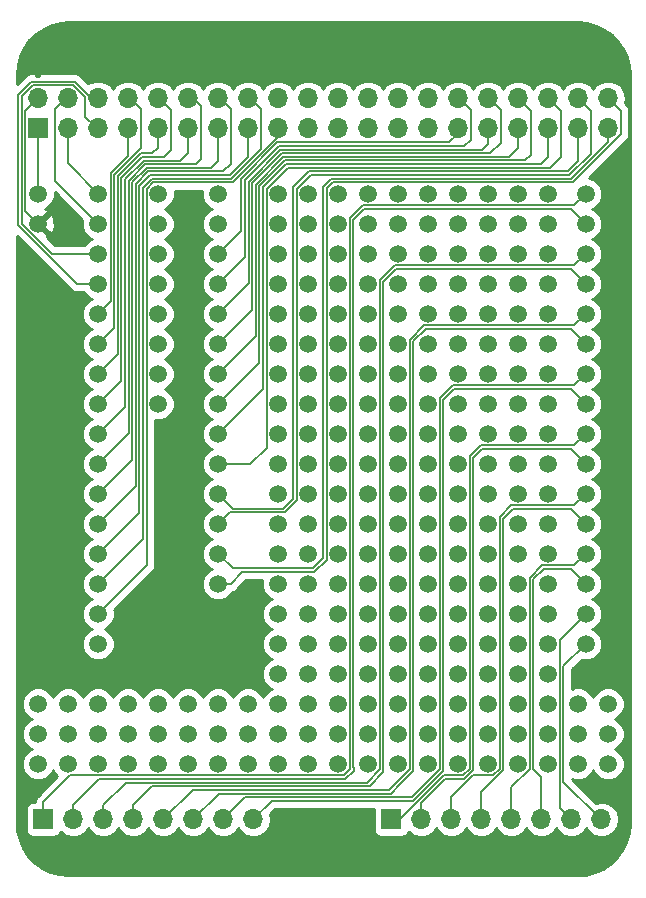
<source format=gbl>
%TF.GenerationSoftware,KiCad,Pcbnew,(5.0.0)*%
%TF.CreationDate,2018-10-23T17:17:03+02:00*%
%TF.ProjectId,S80 Breakout 2in,53383020427265616B6F75742032696E,1.0*%
%TF.SameCoordinates,Original*%
%TF.FileFunction,Copper,L2,Bot,Signal*%
%TF.FilePolarity,Positive*%
%FSLAX46Y46*%
G04 Gerber Fmt 4.6, Leading zero omitted, Abs format (unit mm)*
G04 Created by KiCad (PCBNEW (5.0.0)) date 10/23/18 17:17:03*
%MOMM*%
%LPD*%
G01*
G04 APERTURE LIST*
%ADD10O,1.700000X1.700000*%
%ADD11R,1.700000X1.700000*%
%ADD12C,1.500000*%
%ADD13C,0.685800*%
%ADD14C,0.152400*%
%ADD15C,0.254000*%
G04 APERTURE END LIST*
D10*
X100304600Y-59207400D03*
X100304600Y-61747400D03*
X97764600Y-59207400D03*
X97764600Y-61747400D03*
X95224600Y-59207400D03*
X95224600Y-61747400D03*
X92684600Y-59207400D03*
X92684600Y-61747400D03*
X90144600Y-59207400D03*
X90144600Y-61747400D03*
X87604600Y-59207400D03*
X87604600Y-61747400D03*
X85064600Y-59207400D03*
X85064600Y-61747400D03*
X82524600Y-59207400D03*
X82524600Y-61747400D03*
X79984600Y-59207400D03*
X79984600Y-61747400D03*
X77444600Y-59207400D03*
X77444600Y-61747400D03*
X74904600Y-59207400D03*
X74904600Y-61747400D03*
X72364600Y-59207400D03*
X72364600Y-61747400D03*
X69824600Y-59207400D03*
X69824600Y-61747400D03*
X67284600Y-59207400D03*
X67284600Y-61747400D03*
X64744600Y-59207400D03*
X64744600Y-61747400D03*
X62204600Y-59207400D03*
X62204600Y-61747400D03*
X59664600Y-59207400D03*
X59664600Y-61747400D03*
X57124600Y-59207400D03*
X57124600Y-61747400D03*
X54584600Y-59207400D03*
X54584600Y-61747400D03*
X52044600Y-59207400D03*
D11*
X52044600Y-61747400D03*
D12*
X95250000Y-107950000D03*
X95250000Y-95250000D03*
X95250000Y-80010000D03*
X95250000Y-67310000D03*
X95250000Y-90170000D03*
X95250000Y-92710000D03*
X95250000Y-69850000D03*
X95250000Y-97790000D03*
X95250000Y-74930000D03*
X95250000Y-102870000D03*
X95250000Y-82550000D03*
X95250000Y-85090000D03*
X95250000Y-100330000D03*
X95250000Y-72390000D03*
X95250000Y-105410000D03*
X95250000Y-87630000D03*
X95250000Y-77470000D03*
X92710000Y-67310000D03*
X100330000Y-115570000D03*
X100330000Y-113030000D03*
X100330000Y-110490000D03*
X92710000Y-107950000D03*
X92710000Y-105410000D03*
X92710000Y-102870000D03*
X92710000Y-100330000D03*
X92710000Y-97790000D03*
X92710000Y-95250000D03*
X92710000Y-92710000D03*
X92710000Y-90170000D03*
X92710000Y-87630000D03*
X92710000Y-85090000D03*
X92710000Y-82550000D03*
X92710000Y-80010000D03*
X92710000Y-77470000D03*
X92710000Y-74930000D03*
X92710000Y-72390000D03*
X92710000Y-69850000D03*
X57150000Y-110490000D03*
X54610000Y-113030000D03*
X54610000Y-115570000D03*
X52070000Y-110490000D03*
X57150000Y-115570000D03*
X57150000Y-113030000D03*
X54610000Y-110490000D03*
X52070000Y-115570000D03*
X52070000Y-113030000D03*
X67310000Y-115570000D03*
X67310000Y-113030000D03*
X67310000Y-110490000D03*
X74930000Y-110490000D03*
X64770000Y-115570000D03*
X64770000Y-113030000D03*
X64770000Y-110490000D03*
X62230000Y-115570000D03*
X62230000Y-113030000D03*
X62230000Y-110490000D03*
X77470000Y-115570000D03*
X77470000Y-113030000D03*
X77470000Y-110490000D03*
X74930000Y-115570000D03*
X74930000Y-113030000D03*
X72390000Y-115570000D03*
X72390000Y-113030000D03*
X72390000Y-110490000D03*
X69850000Y-115570000D03*
X69850000Y-113030000D03*
X69850000Y-110490000D03*
X59690000Y-115570000D03*
X59690000Y-113030000D03*
X59690000Y-110490000D03*
X97790000Y-115570000D03*
X97790000Y-113030000D03*
X97790000Y-110490000D03*
X90170000Y-107950000D03*
X90170000Y-105410000D03*
X90170000Y-102870000D03*
X90170000Y-100330000D03*
X90170000Y-97790000D03*
X90170000Y-95250000D03*
X90170000Y-92710000D03*
X90170000Y-90170000D03*
X90170000Y-87630000D03*
X90170000Y-85090000D03*
X90170000Y-82550000D03*
X90170000Y-80010000D03*
X90170000Y-77470000D03*
X90170000Y-74930000D03*
X90170000Y-72390000D03*
X90170000Y-69850000D03*
X95250000Y-115570000D03*
X95250000Y-113030000D03*
X95250000Y-110490000D03*
X87630000Y-107950000D03*
X87630000Y-105410000D03*
X87630000Y-102870000D03*
X87630000Y-100330000D03*
X87630000Y-97790000D03*
X87630000Y-95250000D03*
X87630000Y-92710000D03*
X87630000Y-90170000D03*
X87630000Y-87630000D03*
X87630000Y-85090000D03*
X87630000Y-82550000D03*
X87630000Y-80010000D03*
X87630000Y-77470000D03*
X87630000Y-74930000D03*
X87630000Y-72390000D03*
X87630000Y-69850000D03*
X92710000Y-115570000D03*
X92710000Y-113030000D03*
X92710000Y-110490000D03*
X85090000Y-107950000D03*
X85090000Y-105410000D03*
X85090000Y-102870000D03*
X85090000Y-100330000D03*
X85090000Y-97790000D03*
X85090000Y-95250000D03*
X85090000Y-92710000D03*
X85090000Y-90170000D03*
X85090000Y-87630000D03*
X85090000Y-85090000D03*
X85090000Y-82550000D03*
X85090000Y-80010000D03*
X85090000Y-77470000D03*
X85090000Y-74930000D03*
X85090000Y-72390000D03*
X85090000Y-69850000D03*
X90170000Y-115570000D03*
X90170000Y-113030000D03*
X90170000Y-110490000D03*
X82550000Y-107950000D03*
X82550000Y-105410000D03*
X82550000Y-102870000D03*
X82550000Y-100330000D03*
X82550000Y-97790000D03*
X82550000Y-95250000D03*
X82550000Y-92710000D03*
X82550000Y-90170000D03*
X82550000Y-87630000D03*
X82550000Y-85090000D03*
X82550000Y-82550000D03*
X82550000Y-80010000D03*
X82550000Y-77470000D03*
X82550000Y-74930000D03*
X82550000Y-72390000D03*
X82550000Y-69850000D03*
X87630000Y-115570000D03*
X87630000Y-113030000D03*
X87630000Y-110490000D03*
X80010000Y-107950000D03*
X80010000Y-105410000D03*
X80010000Y-102870000D03*
X80010000Y-100330000D03*
X80010000Y-97790000D03*
X80010000Y-95250000D03*
X80010000Y-92710000D03*
X80010000Y-90170000D03*
X80010000Y-87630000D03*
X80010000Y-85090000D03*
X80010000Y-82550000D03*
X80010000Y-80010000D03*
X80010000Y-77470000D03*
X80010000Y-74930000D03*
X80010000Y-72390000D03*
X80010000Y-69850000D03*
X85090000Y-115570000D03*
X85090000Y-113030000D03*
X85090000Y-110490000D03*
X77470000Y-107950000D03*
X77470000Y-105410000D03*
X77470000Y-102870000D03*
X77470000Y-100330000D03*
X77470000Y-97790000D03*
X77470000Y-95250000D03*
X77470000Y-92710000D03*
X77470000Y-90170000D03*
X77470000Y-87630000D03*
X77470000Y-85090000D03*
X77470000Y-82550000D03*
X77470000Y-80010000D03*
X77470000Y-77470000D03*
X77470000Y-74930000D03*
X77470000Y-72390000D03*
X77470000Y-69850000D03*
X82550000Y-115570000D03*
X82550000Y-113030000D03*
X82550000Y-110490000D03*
X74930000Y-107950000D03*
X74930000Y-105410000D03*
X74930000Y-102870000D03*
X74930000Y-100330000D03*
X74930000Y-97790000D03*
X74930000Y-95250000D03*
X74930000Y-92710000D03*
X74930000Y-90170000D03*
X74930000Y-87630000D03*
X74930000Y-85090000D03*
X74930000Y-82550000D03*
X74930000Y-80010000D03*
X74930000Y-77470000D03*
X74930000Y-74930000D03*
X74930000Y-72390000D03*
X74930000Y-69850000D03*
X80010000Y-115570000D03*
X80010000Y-113030000D03*
X80010000Y-110490000D03*
X72390000Y-107950000D03*
X72390000Y-105410000D03*
X72390000Y-102870000D03*
X72390000Y-100330000D03*
X72390000Y-97790000D03*
X72390000Y-95250000D03*
X72390000Y-92710000D03*
X72390000Y-90170000D03*
X72390000Y-87630000D03*
X72390000Y-85090000D03*
X72390000Y-82550000D03*
X72390000Y-80010000D03*
X72390000Y-77470000D03*
X72390000Y-74930000D03*
X72390000Y-72390000D03*
X72390000Y-69850000D03*
X90170000Y-67310000D03*
X87630000Y-67310000D03*
X85090000Y-67310000D03*
X82550000Y-67310000D03*
X80010000Y-67310000D03*
X77470000Y-67310000D03*
X74930000Y-67310000D03*
X57150000Y-67310000D03*
X57150000Y-69850000D03*
X57150000Y-72390000D03*
X57150000Y-74930000D03*
X57150000Y-77470000D03*
X57150000Y-80010000D03*
X57150000Y-82550000D03*
X57150000Y-85090000D03*
X57150000Y-87630000D03*
X57150000Y-90170000D03*
X57150000Y-92710000D03*
X57150000Y-95250000D03*
X57150000Y-97790000D03*
X57150000Y-100330000D03*
X57150000Y-102870000D03*
X57150000Y-105410000D03*
X62230000Y-67310000D03*
X62230000Y-69850000D03*
X62230000Y-72390000D03*
X62230000Y-74930000D03*
X62230000Y-77470000D03*
X62230000Y-80010000D03*
X62230000Y-82550000D03*
X62230000Y-85090000D03*
X67310000Y-67310000D03*
X67310000Y-69850000D03*
X67310000Y-72390000D03*
X67310000Y-74930000D03*
X67310000Y-77470000D03*
X67310000Y-80010000D03*
X67310000Y-82550000D03*
X67310000Y-85090000D03*
X67310000Y-87630000D03*
X67310000Y-90170000D03*
X67310000Y-92710000D03*
X67310000Y-95250000D03*
X67310000Y-97790000D03*
X67310000Y-100330000D03*
X52070000Y-67310000D03*
X52070000Y-69850000D03*
X98425000Y-67310000D03*
X98425000Y-69850000D03*
X98425000Y-72390000D03*
X98425000Y-74930000D03*
X98425000Y-77470000D03*
X98425000Y-80010000D03*
X98425000Y-82550000D03*
X98425000Y-85090000D03*
X98425000Y-87630000D03*
X98425000Y-90170000D03*
X98425000Y-92710000D03*
X98425000Y-95250000D03*
X98425000Y-97790000D03*
X98425000Y-100330000D03*
X98425000Y-102870000D03*
X98425000Y-105410000D03*
X72390000Y-67310000D03*
D10*
X70281800Y-120269000D03*
X67741800Y-120269000D03*
X65201800Y-120269000D03*
X62661800Y-120269000D03*
X60121800Y-120269000D03*
X57581800Y-120269000D03*
X55041800Y-120269000D03*
D11*
X52501800Y-120269000D03*
D10*
X99745800Y-120269000D03*
X97205800Y-120269000D03*
X94665800Y-120269000D03*
X92125800Y-120269000D03*
X89585800Y-120269000D03*
X87045800Y-120269000D03*
X84505800Y-120269000D03*
D11*
X81965800Y-120269000D03*
D13*
X52070000Y-57150000D03*
X52070000Y-73025000D03*
D14*
X50965999Y-68745999D02*
X51320001Y-69100001D01*
X50965999Y-60286001D02*
X50965999Y-68745999D01*
X51320001Y-69100001D02*
X52070000Y-69850000D01*
X52044600Y-59207400D02*
X50965999Y-60286001D01*
X52044600Y-67284600D02*
X52070000Y-67310000D01*
X52044600Y-61747400D02*
X52044600Y-67284600D01*
X54584600Y-61747400D02*
X54584600Y-64744600D01*
X54584600Y-64744600D02*
X57150000Y-67310000D01*
X54584600Y-59207400D02*
X54394100Y-59207400D01*
X53502560Y-66202560D02*
X57150000Y-69850000D01*
X53502560Y-60098940D02*
X53502560Y-66202560D01*
X54394100Y-59207400D02*
X53502560Y-60098940D01*
X57124600Y-61747400D02*
X57023000Y-61747400D01*
X53218080Y-72390000D02*
X57150000Y-72390000D01*
X50661197Y-69833117D02*
X53218080Y-72390000D01*
X50661197Y-59059183D02*
X50661197Y-69833117D01*
X51595020Y-58125360D02*
X50661197Y-59059183D01*
X55029100Y-58125360D02*
X51595020Y-58125360D01*
X56045100Y-59141360D02*
X55029100Y-58125360D01*
X56045100Y-60769500D02*
X56045100Y-59141360D01*
X57023000Y-61747400D02*
X56045100Y-60769500D01*
X57124600Y-59207400D02*
X56542196Y-59207400D01*
X55327024Y-74930000D02*
X57150000Y-74930000D01*
X50356395Y-69959371D02*
X55327024Y-74930000D01*
X50356395Y-58932929D02*
X50356395Y-69959371D01*
X51468766Y-57820558D02*
X50356395Y-58932929D01*
X55155354Y-57820558D02*
X51468766Y-57820558D01*
X56542196Y-59207400D02*
X55155354Y-57820558D01*
X59664600Y-61747400D02*
X59664600Y-64102108D01*
X58201540Y-76418460D02*
X57150000Y-77470000D01*
X58201540Y-65565168D02*
X58201540Y-76418460D01*
X59664600Y-64102108D02*
X58201540Y-65565168D01*
X59664600Y-59207400D02*
X59837320Y-59207400D01*
X58506342Y-78653658D02*
X57150000Y-80010000D01*
X58506342Y-65691422D02*
X58506342Y-78653658D01*
X60749180Y-63448584D02*
X58506342Y-65691422D01*
X60749180Y-60119260D02*
X60749180Y-63448584D01*
X59837320Y-59207400D02*
X60749180Y-60119260D01*
X62204600Y-61747400D02*
X62204600Y-63426324D01*
X58811144Y-80888856D02*
X57150000Y-82550000D01*
X58811144Y-65817676D02*
X58811144Y-80888856D01*
X60737676Y-63891144D02*
X58811144Y-65817676D01*
X61739780Y-63891144D02*
X60737676Y-63891144D01*
X62204600Y-63426324D02*
X61739780Y-63891144D01*
X62204600Y-59207400D02*
X62296040Y-59207400D01*
X59115946Y-83124054D02*
X57150000Y-85090000D01*
X59115946Y-65943930D02*
X59115946Y-83124054D01*
X60863930Y-64195946D02*
X59115946Y-65943930D01*
X62679580Y-64195946D02*
X60863930Y-64195946D01*
X63291720Y-63583806D02*
X62679580Y-64195946D01*
X63291720Y-60203080D02*
X63291720Y-63583806D01*
X62296040Y-59207400D02*
X63291720Y-60203080D01*
X64744600Y-61747400D02*
X64744600Y-63837808D01*
X59420748Y-85359252D02*
X57150000Y-87630000D01*
X59420748Y-66070184D02*
X59420748Y-85359252D01*
X60990184Y-64500748D02*
X59420748Y-66070184D01*
X64081660Y-64500748D02*
X60990184Y-64500748D01*
X64744600Y-63837808D02*
X64081660Y-64500748D01*
X64744600Y-59207400D02*
X65151000Y-59207400D01*
X59725550Y-87594450D02*
X57150000Y-90170000D01*
X59725550Y-66196438D02*
X59725550Y-87594450D01*
X61116438Y-64805550D02*
X59725550Y-66196438D01*
X65397390Y-64805550D02*
X61116438Y-64805550D01*
X65829180Y-64373760D02*
X65397390Y-64805550D01*
X65829180Y-59885580D02*
X65829180Y-64373760D01*
X65151000Y-59207400D02*
X65829180Y-59885580D01*
X67284600Y-61747400D02*
X67284600Y-64495672D01*
X60030352Y-89829648D02*
X57150000Y-92710000D01*
X60030352Y-66322692D02*
X60030352Y-89829648D01*
X61242692Y-65110352D02*
X60030352Y-66322692D01*
X66669920Y-65110352D02*
X61242692Y-65110352D01*
X67284600Y-64495672D02*
X66669920Y-65110352D01*
X67284600Y-59207400D02*
X67482720Y-59207400D01*
X60335154Y-92064846D02*
X57150000Y-95250000D01*
X60335154Y-66448946D02*
X60335154Y-92064846D01*
X61368946Y-65415154D02*
X60335154Y-66448946D01*
X67744340Y-65415154D02*
X61368946Y-65415154D01*
X68366640Y-64792854D02*
X67744340Y-65415154D01*
X68366640Y-60091320D02*
X68366640Y-64792854D01*
X67482720Y-59207400D02*
X68366640Y-60091320D01*
X69824600Y-61747400D02*
X69824600Y-64178000D01*
X60639956Y-94300044D02*
X57150000Y-97790000D01*
X60639956Y-66653632D02*
X60639956Y-94300044D01*
X61573632Y-65719956D02*
X60639956Y-66653632D01*
X68282644Y-65719956D02*
X61573632Y-65719956D01*
X69824600Y-64178000D02*
X68282644Y-65719956D01*
X69824600Y-59207400D02*
X69964300Y-59207400D01*
X60944758Y-96535242D02*
X57150000Y-100330000D01*
X60944758Y-66779886D02*
X60944758Y-96535242D01*
X61699886Y-66024758D02*
X60944758Y-66779886D01*
X68408898Y-66024758D02*
X61699886Y-66024758D01*
X70906640Y-63527016D02*
X68408898Y-66024758D01*
X70906640Y-60149740D02*
X70906640Y-63527016D01*
X69964300Y-59207400D02*
X70906640Y-60149740D01*
X72364600Y-61747400D02*
X72364600Y-62500112D01*
X61249560Y-98770440D02*
X57150000Y-102870000D01*
X61249560Y-66906140D02*
X61249560Y-98770440D01*
X61826140Y-66329560D02*
X61249560Y-66906140D01*
X68535152Y-66329560D02*
X61826140Y-66329560D01*
X72364600Y-62500112D02*
X68535152Y-66329560D01*
X87604600Y-61747400D02*
X87604600Y-62229986D01*
X87604600Y-62229986D02*
X86868000Y-62966586D01*
X86868000Y-62966586D02*
X72329182Y-62966586D01*
X72329182Y-62966586D02*
X69275946Y-66019822D01*
X69275946Y-66019822D02*
X69275946Y-70424054D01*
X69275946Y-70424054D02*
X67310000Y-72390000D01*
X87604600Y-59207400D02*
X87655400Y-59207400D01*
X69580748Y-72659252D02*
X67310000Y-74930000D01*
X69580748Y-66146076D02*
X69580748Y-72659252D01*
X72455436Y-63271388D02*
X69580748Y-66146076D01*
X88138000Y-63271388D02*
X72455436Y-63271388D01*
X88691720Y-62717668D02*
X88138000Y-63271388D01*
X88691720Y-60243720D02*
X88691720Y-62717668D01*
X87655400Y-59207400D02*
X88691720Y-60243720D01*
X90144600Y-61747400D02*
X90144600Y-63055490D01*
X69885550Y-74894450D02*
X67310000Y-77470000D01*
X69885550Y-66272330D02*
X69885550Y-74894450D01*
X72581690Y-63576190D02*
X69885550Y-66272330D01*
X89623900Y-63576190D02*
X72581690Y-63576190D01*
X90144600Y-63055490D02*
X89623900Y-63576190D01*
X90144600Y-59207400D02*
X90195400Y-59207400D01*
X70190352Y-77129648D02*
X67310000Y-80010000D01*
X70190352Y-66398584D02*
X70190352Y-77129648D01*
X72707944Y-63880992D02*
X70190352Y-66398584D01*
X90352880Y-63880992D02*
X72707944Y-63880992D01*
X91226640Y-63007232D02*
X90352880Y-63880992D01*
X91226640Y-60238640D02*
X91226640Y-63007232D01*
X90195400Y-59207400D02*
X91226640Y-60238640D01*
X92684600Y-61747400D02*
X92684600Y-63444114D01*
X70495154Y-79364846D02*
X67310000Y-82550000D01*
X70495154Y-66524838D02*
X70495154Y-79364846D01*
X72834198Y-64185794D02*
X70495154Y-66524838D01*
X91942920Y-64185794D02*
X72834198Y-64185794D01*
X92684600Y-63444114D02*
X91942920Y-64185794D01*
X92684600Y-59207400D02*
X92692220Y-59207400D01*
X70799956Y-81600044D02*
X67310000Y-85090000D01*
X70799956Y-66651092D02*
X70799956Y-81600044D01*
X72960452Y-64490596D02*
X70799956Y-66651092D01*
X93311980Y-64490596D02*
X72960452Y-64490596D01*
X93769180Y-64033396D02*
X93311980Y-64490596D01*
X93769180Y-60284360D02*
X93769180Y-64033396D01*
X92692220Y-59207400D02*
X93769180Y-60284360D01*
X95224600Y-61747400D02*
X95224600Y-64173098D01*
X95224600Y-64173098D02*
X94602300Y-64795398D01*
X94602300Y-64795398D02*
X73086706Y-64795398D01*
X73086706Y-64795398D02*
X71104758Y-66777346D01*
X71104758Y-66777346D02*
X71104758Y-83449160D01*
X71104758Y-83449160D02*
X71104758Y-83454240D01*
X71104758Y-83449160D02*
X71104758Y-83835242D01*
X71104758Y-83835242D02*
X67310000Y-87630000D01*
X95224600Y-59207400D02*
X95227140Y-59207400D01*
X70040500Y-90170000D02*
X67310000Y-90170000D01*
X71409560Y-88800940D02*
X70040500Y-90170000D01*
X71409560Y-66903600D02*
X71409560Y-88800940D01*
X73212960Y-65100200D02*
X71409560Y-66903600D01*
X95369374Y-65100200D02*
X73212960Y-65100200D01*
X96311720Y-64157854D02*
X95369374Y-65100200D01*
X96311720Y-60291980D02*
X96311720Y-64157854D01*
X95227140Y-59207400D02*
X96311720Y-60291980D01*
X97764600Y-61747400D02*
X97764600Y-64570828D01*
X68564758Y-93964758D02*
X67310000Y-92710000D01*
X72825086Y-93964758D02*
X68564758Y-93964758D01*
X73644758Y-93145086D02*
X72825086Y-93964758D01*
X73644758Y-66777346D02*
X73644758Y-93145086D01*
X75009488Y-65412616D02*
X73644758Y-66777346D01*
X96922812Y-65412616D02*
X75009488Y-65412616D01*
X97764600Y-64570828D02*
X96922812Y-65412616D01*
X97764600Y-59207400D02*
X98843201Y-60286001D01*
X68290440Y-94269560D02*
X67310000Y-95250000D01*
X72951340Y-94269560D02*
X68290440Y-94269560D01*
X73949560Y-93271340D02*
X72951340Y-94269560D01*
X73949560Y-66903600D02*
X73949560Y-93271340D01*
X75135742Y-65717418D02*
X73949560Y-66903600D01*
X97049066Y-65717418D02*
X75135742Y-65717418D01*
X98843201Y-63923283D02*
X97049066Y-65717418D01*
X98843201Y-62563639D02*
X98843201Y-63923283D01*
X98843201Y-60286001D02*
X98843201Y-62563639D01*
X97175320Y-66022220D02*
X100304600Y-62892940D01*
X76177140Y-68574920D02*
X76177140Y-66723464D01*
X100304600Y-62892940D02*
X100304600Y-61747400D01*
X76172060Y-68580000D02*
X76177140Y-68574920D01*
X67310000Y-97790000D02*
X68544440Y-99024440D01*
X76172060Y-98176080D02*
X76172060Y-68580000D01*
X76177140Y-66723464D02*
X76878384Y-66022220D01*
X68544440Y-99024440D02*
X75323700Y-99024440D01*
X76878384Y-66022220D02*
X97175320Y-66022220D01*
X75323700Y-99024440D02*
X76172060Y-98176080D01*
X68370660Y-100330000D02*
X67310000Y-100330000D01*
X76481940Y-98300540D02*
X75443080Y-99339400D01*
X77000271Y-66331399D02*
X76481940Y-66849730D01*
X76481940Y-66849730D02*
X76481940Y-98300540D01*
X100304600Y-59207400D02*
X101383201Y-60286001D01*
X101383201Y-60286001D02*
X101383201Y-62265129D01*
X101383201Y-62265129D02*
X97316931Y-66331399D01*
X69361260Y-99339400D02*
X68370660Y-100330000D01*
X75443080Y-99339400D02*
X69361260Y-99339400D01*
X97316931Y-66331399D02*
X77000271Y-66331399D01*
X97446399Y-68288601D02*
X98425000Y-67310000D01*
X79540271Y-68288601D02*
X97446399Y-68288601D01*
X78448601Y-116005571D02*
X78448601Y-69380271D01*
X78448601Y-69380271D02*
X79540271Y-68288601D01*
X78465680Y-116022650D02*
X78448601Y-116005571D01*
X52501800Y-120269000D02*
X52501800Y-118811040D01*
X52501800Y-118811040D02*
X54764239Y-116548601D01*
X54764239Y-116548601D02*
X77939729Y-116548601D01*
X77939729Y-116548601D02*
X78465680Y-116022650D01*
X97168411Y-68593411D02*
X98425000Y-69850000D01*
X78753411Y-69506527D02*
X79666527Y-68593411D01*
X78753411Y-115879315D02*
X78753411Y-69506527D01*
X78770489Y-115896393D02*
X78753411Y-115879315D01*
X78770489Y-116148907D02*
X78770489Y-115896393D01*
X55041800Y-119066919D02*
X57255308Y-116853411D01*
X55041800Y-120269000D02*
X55041800Y-119066919D01*
X57255308Y-116853411D02*
X78065986Y-116853410D01*
X79666527Y-68593411D02*
X97168411Y-68593411D01*
X78065986Y-116853410D02*
X78770489Y-116148907D01*
X59483599Y-117165120D02*
X78185342Y-117165120D01*
X57581800Y-119066919D02*
X59483599Y-117165120D01*
X57581800Y-120269000D02*
X57581800Y-119066919D01*
X97446399Y-73368601D02*
X98425000Y-72390000D01*
X82254659Y-73368601D02*
X97446399Y-73368601D01*
X78138020Y-117162580D02*
X79872840Y-117160040D01*
X80988601Y-116039729D02*
X80988601Y-74634659D01*
X79872840Y-117160040D02*
X80988601Y-116039729D01*
X80988601Y-74634659D02*
X82254659Y-73368601D01*
X61718789Y-117469930D02*
X78071980Y-117475000D01*
X60121800Y-119066919D02*
X61718789Y-117469930D01*
X60121800Y-120269000D02*
X60121800Y-119066919D01*
X97172780Y-73677780D02*
X98425000Y-74930000D01*
X81293411Y-74760915D02*
X82376546Y-73677780D01*
X81293411Y-116165985D02*
X81293411Y-116039729D01*
X81293411Y-116039729D02*
X81293411Y-74760915D01*
X78080498Y-117477540D02*
X79141320Y-117477540D01*
X79141320Y-117477540D02*
X79143850Y-117475010D01*
X79143850Y-117475010D02*
X79982060Y-117475009D01*
X81293411Y-116039729D02*
X81293403Y-116039729D01*
X79982060Y-117475009D02*
X79984387Y-117475009D01*
X82376546Y-73677780D02*
X97172780Y-73677780D01*
X81293403Y-116303357D02*
X81293403Y-116039729D01*
X80121751Y-117475009D02*
X79982060Y-117475009D01*
X80121751Y-117475009D02*
X81293403Y-116303357D01*
X62661800Y-120269000D02*
X65140835Y-117789963D01*
X80100497Y-117789963D02*
X80110644Y-117779818D01*
X65140835Y-117789963D02*
X80100497Y-117789963D01*
X84746399Y-78448601D02*
X97446399Y-78448601D01*
X80100497Y-117789963D02*
X81778367Y-117789963D01*
X97446399Y-78448601D02*
X98425000Y-77470000D01*
X81778367Y-117789963D02*
X83528601Y-116039729D01*
X83528601Y-79666399D02*
X84746399Y-78448601D01*
X83528601Y-116039729D02*
X83528601Y-79666399D01*
X84872655Y-78753411D02*
X97168411Y-78753411D01*
X83833411Y-79792655D02*
X84872655Y-78753411D01*
X83833411Y-116165985D02*
X83833411Y-79792655D01*
X82684620Y-117314776D02*
X83833411Y-116165985D01*
X67376027Y-118094773D02*
X81907367Y-118094773D01*
X65201800Y-120269000D02*
X67376027Y-118094773D01*
X81907367Y-118094773D02*
X82684620Y-117317520D01*
X97168411Y-78753411D02*
X98425000Y-80010000D01*
X82684620Y-117317520D02*
X82684620Y-117314776D01*
X97446399Y-83528601D02*
X98425000Y-82550000D01*
X86068601Y-84620271D02*
X87160271Y-83528601D01*
X87160271Y-83528601D02*
X97446399Y-83528601D01*
X67741800Y-120269000D02*
X69611217Y-118399583D01*
X69611217Y-118399583D02*
X83708747Y-118399583D01*
X83708747Y-118399583D02*
X86068601Y-116039729D01*
X86068601Y-116039729D02*
X86068601Y-84620271D01*
X97168411Y-83833411D02*
X98425000Y-85090000D01*
X87286527Y-83833411D02*
X97168411Y-83833411D01*
X86373411Y-84746527D02*
X87286527Y-83833411D01*
X70281800Y-120269000D02*
X71846407Y-118704393D01*
X71846407Y-118704393D02*
X83835004Y-118704392D01*
X83835004Y-118704392D02*
X86373411Y-116165985D01*
X86373411Y-116165985D02*
X86373411Y-84746527D01*
X81965800Y-120269000D02*
X82701452Y-120269000D01*
X88612980Y-115978940D02*
X88612980Y-91536520D01*
X88612980Y-91536520D02*
X88612980Y-91531440D01*
X88031320Y-116560600D02*
X88612980Y-115978940D01*
X86409852Y-116560600D02*
X88031320Y-116560600D01*
X82701452Y-120269000D02*
X86409852Y-116560600D01*
X88612980Y-91536520D02*
X88612980Y-89542620D01*
X97444560Y-88610440D02*
X98425000Y-87630000D01*
X89545160Y-88610440D02*
X97444560Y-88610440D01*
X88612980Y-89542620D02*
X89545160Y-88610440D01*
X84505800Y-120269000D02*
X84505800Y-118895708D01*
X88917782Y-116105194D02*
X88917782Y-90218260D01*
X88917782Y-90218260D02*
X88917782Y-90210640D01*
X88157574Y-116865402D02*
X88917782Y-116105194D01*
X86536106Y-116865402D02*
X88157574Y-116865402D01*
X84505800Y-118895708D02*
X86536106Y-116865402D01*
X88917782Y-90218260D02*
X88917782Y-89668874D01*
X97170242Y-88915242D02*
X98425000Y-90170000D01*
X89671414Y-88915242D02*
X97170242Y-88915242D01*
X88917782Y-89668874D02*
X89671414Y-88915242D01*
X87045800Y-120269000D02*
X87045800Y-118408232D01*
X97442020Y-93692980D02*
X98425000Y-92710000D01*
X92135960Y-93692980D02*
X97442020Y-93692980D01*
X91150440Y-94678500D02*
X92135960Y-93692980D01*
X91150440Y-115976400D02*
X91150440Y-94678500D01*
X90568780Y-116558060D02*
X91150440Y-115976400D01*
X88895972Y-116558060D02*
X90568780Y-116558060D01*
X87045800Y-118408232D02*
X88895972Y-116558060D01*
X89585800Y-120269000D02*
X89585800Y-117972096D01*
X97172782Y-93997782D02*
X98425000Y-95250000D01*
X92262214Y-93997782D02*
X97172782Y-93997782D01*
X91455242Y-94804754D02*
X92262214Y-93997782D01*
X91455242Y-116102654D02*
X91455242Y-94804754D01*
X89585800Y-117972096D02*
X91455242Y-116102654D01*
X92125800Y-120269000D02*
X92125800Y-117548660D01*
X97436940Y-98778060D02*
X98425000Y-97790000D01*
X94742000Y-98778060D02*
X97436940Y-98778060D01*
X93692980Y-99827080D02*
X94742000Y-98778060D01*
X93692980Y-115981480D02*
X93692980Y-99827080D01*
X92125800Y-117548660D02*
X93692980Y-115981480D01*
X94665800Y-120269000D02*
X94665800Y-116646958D01*
X97177862Y-99082862D02*
X98425000Y-100330000D01*
X94868254Y-99082862D02*
X97177862Y-99082862D01*
X93997782Y-99953334D02*
X94868254Y-99082862D01*
X93997782Y-115978940D02*
X93997782Y-99953334D01*
X94665800Y-116646958D02*
X93997782Y-115978940D01*
X97205800Y-120269000D02*
X97180400Y-120269000D01*
X96238060Y-105056940D02*
X98425000Y-102870000D01*
X96238060Y-119326660D02*
X96238060Y-105056940D01*
X97180400Y-120269000D02*
X96238060Y-119326660D01*
X99745800Y-120269000D02*
X99692462Y-120269000D01*
X96542862Y-107292138D02*
X98425000Y-105410000D01*
X96542862Y-117119400D02*
X96542862Y-107292138D01*
X99692462Y-120269000D02*
X96542862Y-117119400D01*
D15*
G36*
X98558914Y-52876545D02*
X99303529Y-53080248D01*
X100000299Y-53412592D01*
X100627204Y-53863068D01*
X101164426Y-54417438D01*
X101594993Y-55058188D01*
X101905285Y-55765054D01*
X102086855Y-56521349D01*
X102135000Y-57176950D01*
X102135001Y-120617257D01*
X102063455Y-121418914D01*
X101859752Y-122163528D01*
X101527409Y-122860297D01*
X101076932Y-123487203D01*
X100522559Y-124024428D01*
X99881812Y-124454993D01*
X99174946Y-124765285D01*
X98418650Y-124946855D01*
X97763050Y-124995000D01*
X54642732Y-124995000D01*
X53841086Y-124923455D01*
X53096472Y-124719752D01*
X52399703Y-124387409D01*
X51772797Y-123936932D01*
X51235572Y-123382559D01*
X50805007Y-122741812D01*
X50494715Y-122034946D01*
X50313145Y-121278650D01*
X50265000Y-120623050D01*
X50265000Y-70873764D01*
X54774602Y-75383367D01*
X54814278Y-75442746D01*
X54873657Y-75482422D01*
X54873659Y-75482424D01*
X54989360Y-75559733D01*
X55049528Y-75599936D01*
X55256978Y-75641200D01*
X55256982Y-75641200D01*
X55327024Y-75655132D01*
X55397066Y-75641200D01*
X55945475Y-75641200D01*
X55975853Y-75714540D01*
X56365460Y-76104147D01*
X56596870Y-76200000D01*
X56365460Y-76295853D01*
X55975853Y-76685460D01*
X55765000Y-77194506D01*
X55765000Y-77745494D01*
X55975853Y-78254540D01*
X56365460Y-78644147D01*
X56596870Y-78740000D01*
X56365460Y-78835853D01*
X55975853Y-79225460D01*
X55765000Y-79734506D01*
X55765000Y-80285494D01*
X55975853Y-80794540D01*
X56365460Y-81184147D01*
X56596870Y-81280000D01*
X56365460Y-81375853D01*
X55975853Y-81765460D01*
X55765000Y-82274506D01*
X55765000Y-82825494D01*
X55975853Y-83334540D01*
X56365460Y-83724147D01*
X56596870Y-83820000D01*
X56365460Y-83915853D01*
X55975853Y-84305460D01*
X55765000Y-84814506D01*
X55765000Y-85365494D01*
X55975853Y-85874540D01*
X56365460Y-86264147D01*
X56596870Y-86360000D01*
X56365460Y-86455853D01*
X55975853Y-86845460D01*
X55765000Y-87354506D01*
X55765000Y-87905494D01*
X55975853Y-88414540D01*
X56365460Y-88804147D01*
X56596870Y-88900000D01*
X56365460Y-88995853D01*
X55975853Y-89385460D01*
X55765000Y-89894506D01*
X55765000Y-90445494D01*
X55975853Y-90954540D01*
X56365460Y-91344147D01*
X56596870Y-91440000D01*
X56365460Y-91535853D01*
X55975853Y-91925460D01*
X55765000Y-92434506D01*
X55765000Y-92985494D01*
X55975853Y-93494540D01*
X56365460Y-93884147D01*
X56596870Y-93980000D01*
X56365460Y-94075853D01*
X55975853Y-94465460D01*
X55765000Y-94974506D01*
X55765000Y-95525494D01*
X55975853Y-96034540D01*
X56365460Y-96424147D01*
X56596870Y-96520000D01*
X56365460Y-96615853D01*
X55975853Y-97005460D01*
X55765000Y-97514506D01*
X55765000Y-98065494D01*
X55975853Y-98574540D01*
X56365460Y-98964147D01*
X56596870Y-99060000D01*
X56365460Y-99155853D01*
X55975853Y-99545460D01*
X55765000Y-100054506D01*
X55765000Y-100605494D01*
X55975853Y-101114540D01*
X56365460Y-101504147D01*
X56596870Y-101600000D01*
X56365460Y-101695853D01*
X55975853Y-102085460D01*
X55765000Y-102594506D01*
X55765000Y-103145494D01*
X55975853Y-103654540D01*
X56365460Y-104044147D01*
X56596870Y-104140000D01*
X56365460Y-104235853D01*
X55975853Y-104625460D01*
X55765000Y-105134506D01*
X55765000Y-105685494D01*
X55975853Y-106194540D01*
X56365460Y-106584147D01*
X56874506Y-106795000D01*
X57425494Y-106795000D01*
X57934540Y-106584147D01*
X58324147Y-106194540D01*
X58535000Y-105685494D01*
X58535000Y-105134506D01*
X58324147Y-104625460D01*
X57934540Y-104235853D01*
X57703130Y-104140000D01*
X57934540Y-104044147D01*
X58324147Y-103654540D01*
X58535000Y-103145494D01*
X58535000Y-102594506D01*
X58504622Y-102521166D01*
X61702927Y-99322862D01*
X61762306Y-99283186D01*
X61801982Y-99223807D01*
X61801984Y-99223805D01*
X61919495Y-99047938D01*
X61919495Y-99047937D01*
X61919496Y-99047936D01*
X61960760Y-98840486D01*
X61960760Y-98840483D01*
X61974692Y-98770441D01*
X61960760Y-98700399D01*
X61960760Y-86475000D01*
X62505494Y-86475000D01*
X63014540Y-86264147D01*
X63404147Y-85874540D01*
X63615000Y-85365494D01*
X63615000Y-84814506D01*
X63404147Y-84305460D01*
X63014540Y-83915853D01*
X62783130Y-83820000D01*
X63014540Y-83724147D01*
X63404147Y-83334540D01*
X63615000Y-82825494D01*
X63615000Y-82274506D01*
X63404147Y-81765460D01*
X63014540Y-81375853D01*
X62783130Y-81280000D01*
X63014540Y-81184147D01*
X63404147Y-80794540D01*
X63615000Y-80285494D01*
X63615000Y-79734506D01*
X63404147Y-79225460D01*
X63014540Y-78835853D01*
X62783130Y-78740000D01*
X63014540Y-78644147D01*
X63404147Y-78254540D01*
X63615000Y-77745494D01*
X63615000Y-77194506D01*
X63404147Y-76685460D01*
X63014540Y-76295853D01*
X62783130Y-76200000D01*
X63014540Y-76104147D01*
X63404147Y-75714540D01*
X63615000Y-75205494D01*
X63615000Y-74654506D01*
X63404147Y-74145460D01*
X63014540Y-73755853D01*
X62783130Y-73660000D01*
X63014540Y-73564147D01*
X63404147Y-73174540D01*
X63615000Y-72665494D01*
X63615000Y-72114506D01*
X63404147Y-71605460D01*
X63014540Y-71215853D01*
X62783130Y-71120000D01*
X63014540Y-71024147D01*
X63404147Y-70634540D01*
X63615000Y-70125494D01*
X63615000Y-69574506D01*
X63404147Y-69065460D01*
X63014540Y-68675853D01*
X62783130Y-68580000D01*
X63014540Y-68484147D01*
X63404147Y-68094540D01*
X63615000Y-67585494D01*
X63615000Y-67040760D01*
X65925000Y-67040760D01*
X65925000Y-67585494D01*
X66135853Y-68094540D01*
X66525460Y-68484147D01*
X66756870Y-68580000D01*
X66525460Y-68675853D01*
X66135853Y-69065460D01*
X65925000Y-69574506D01*
X65925000Y-70125494D01*
X66135853Y-70634540D01*
X66525460Y-71024147D01*
X66756870Y-71120000D01*
X66525460Y-71215853D01*
X66135853Y-71605460D01*
X65925000Y-72114506D01*
X65925000Y-72665494D01*
X66135853Y-73174540D01*
X66525460Y-73564147D01*
X66756870Y-73660000D01*
X66525460Y-73755853D01*
X66135853Y-74145460D01*
X65925000Y-74654506D01*
X65925000Y-75205494D01*
X66135853Y-75714540D01*
X66525460Y-76104147D01*
X66756870Y-76200000D01*
X66525460Y-76295853D01*
X66135853Y-76685460D01*
X65925000Y-77194506D01*
X65925000Y-77745494D01*
X66135853Y-78254540D01*
X66525460Y-78644147D01*
X66756870Y-78740000D01*
X66525460Y-78835853D01*
X66135853Y-79225460D01*
X65925000Y-79734506D01*
X65925000Y-80285494D01*
X66135853Y-80794540D01*
X66525460Y-81184147D01*
X66756870Y-81280000D01*
X66525460Y-81375853D01*
X66135853Y-81765460D01*
X65925000Y-82274506D01*
X65925000Y-82825494D01*
X66135853Y-83334540D01*
X66525460Y-83724147D01*
X66756870Y-83820000D01*
X66525460Y-83915853D01*
X66135853Y-84305460D01*
X65925000Y-84814506D01*
X65925000Y-85365494D01*
X66135853Y-85874540D01*
X66525460Y-86264147D01*
X66756870Y-86360000D01*
X66525460Y-86455853D01*
X66135853Y-86845460D01*
X65925000Y-87354506D01*
X65925000Y-87905494D01*
X66135853Y-88414540D01*
X66525460Y-88804147D01*
X66756870Y-88900000D01*
X66525460Y-88995853D01*
X66135853Y-89385460D01*
X65925000Y-89894506D01*
X65925000Y-90445494D01*
X66135853Y-90954540D01*
X66525460Y-91344147D01*
X66756870Y-91440000D01*
X66525460Y-91535853D01*
X66135853Y-91925460D01*
X65925000Y-92434506D01*
X65925000Y-92985494D01*
X66135853Y-93494540D01*
X66525460Y-93884147D01*
X66756870Y-93980000D01*
X66525460Y-94075853D01*
X66135853Y-94465460D01*
X65925000Y-94974506D01*
X65925000Y-95525494D01*
X66135853Y-96034540D01*
X66525460Y-96424147D01*
X66756870Y-96520000D01*
X66525460Y-96615853D01*
X66135853Y-97005460D01*
X65925000Y-97514506D01*
X65925000Y-98065494D01*
X66135853Y-98574540D01*
X66525460Y-98964147D01*
X66756870Y-99060000D01*
X66525460Y-99155853D01*
X66135853Y-99545460D01*
X65925000Y-100054506D01*
X65925000Y-100605494D01*
X66135853Y-101114540D01*
X66525460Y-101504147D01*
X67034506Y-101715000D01*
X67585494Y-101715000D01*
X68094540Y-101504147D01*
X68484147Y-101114540D01*
X68521153Y-101025198D01*
X68648156Y-100999936D01*
X68883406Y-100842746D01*
X68923084Y-100783364D01*
X69655849Y-100050600D01*
X71006618Y-100050600D01*
X71005000Y-100054506D01*
X71005000Y-100605494D01*
X71215853Y-101114540D01*
X71605460Y-101504147D01*
X71836870Y-101600000D01*
X71605460Y-101695853D01*
X71215853Y-102085460D01*
X71005000Y-102594506D01*
X71005000Y-103145494D01*
X71215853Y-103654540D01*
X71605460Y-104044147D01*
X71836870Y-104140000D01*
X71605460Y-104235853D01*
X71215853Y-104625460D01*
X71005000Y-105134506D01*
X71005000Y-105685494D01*
X71215853Y-106194540D01*
X71605460Y-106584147D01*
X71836870Y-106680000D01*
X71605460Y-106775853D01*
X71215853Y-107165460D01*
X71005000Y-107674506D01*
X71005000Y-108225494D01*
X71215853Y-108734540D01*
X71605460Y-109124147D01*
X71836870Y-109220000D01*
X71605460Y-109315853D01*
X71215853Y-109705460D01*
X71120000Y-109936870D01*
X71024147Y-109705460D01*
X70634540Y-109315853D01*
X70125494Y-109105000D01*
X69574506Y-109105000D01*
X69065460Y-109315853D01*
X68675853Y-109705460D01*
X68580000Y-109936870D01*
X68484147Y-109705460D01*
X68094540Y-109315853D01*
X67585494Y-109105000D01*
X67034506Y-109105000D01*
X66525460Y-109315853D01*
X66135853Y-109705460D01*
X66040000Y-109936870D01*
X65944147Y-109705460D01*
X65554540Y-109315853D01*
X65045494Y-109105000D01*
X64494506Y-109105000D01*
X63985460Y-109315853D01*
X63595853Y-109705460D01*
X63500000Y-109936870D01*
X63404147Y-109705460D01*
X63014540Y-109315853D01*
X62505494Y-109105000D01*
X61954506Y-109105000D01*
X61445460Y-109315853D01*
X61055853Y-109705460D01*
X60960000Y-109936870D01*
X60864147Y-109705460D01*
X60474540Y-109315853D01*
X59965494Y-109105000D01*
X59414506Y-109105000D01*
X58905460Y-109315853D01*
X58515853Y-109705460D01*
X58420000Y-109936870D01*
X58324147Y-109705460D01*
X57934540Y-109315853D01*
X57425494Y-109105000D01*
X56874506Y-109105000D01*
X56365460Y-109315853D01*
X55975853Y-109705460D01*
X55880000Y-109936870D01*
X55784147Y-109705460D01*
X55394540Y-109315853D01*
X54885494Y-109105000D01*
X54334506Y-109105000D01*
X53825460Y-109315853D01*
X53435853Y-109705460D01*
X53340000Y-109936870D01*
X53244147Y-109705460D01*
X52854540Y-109315853D01*
X52345494Y-109105000D01*
X51794506Y-109105000D01*
X51285460Y-109315853D01*
X50895853Y-109705460D01*
X50685000Y-110214506D01*
X50685000Y-110765494D01*
X50895853Y-111274540D01*
X51285460Y-111664147D01*
X51516870Y-111760000D01*
X51285460Y-111855853D01*
X50895853Y-112245460D01*
X50685000Y-112754506D01*
X50685000Y-113305494D01*
X50895853Y-113814540D01*
X51285460Y-114204147D01*
X51516870Y-114300000D01*
X51285460Y-114395853D01*
X50895853Y-114785460D01*
X50685000Y-115294506D01*
X50685000Y-115845494D01*
X50895853Y-116354540D01*
X51285460Y-116744147D01*
X51794506Y-116955000D01*
X52345494Y-116955000D01*
X52854540Y-116744147D01*
X53244147Y-116354540D01*
X53340000Y-116123130D01*
X53435853Y-116354540D01*
X53694182Y-116612869D01*
X52048434Y-118258618D01*
X51989055Y-118298294D01*
X51949379Y-118357673D01*
X51949376Y-118357676D01*
X51831865Y-118533544D01*
X51784521Y-118771560D01*
X51651800Y-118771560D01*
X51404035Y-118820843D01*
X51193991Y-118961191D01*
X51053643Y-119171235D01*
X51004360Y-119419000D01*
X51004360Y-121119000D01*
X51053643Y-121366765D01*
X51193991Y-121576809D01*
X51404035Y-121717157D01*
X51651800Y-121766440D01*
X53351800Y-121766440D01*
X53599565Y-121717157D01*
X53809609Y-121576809D01*
X53949957Y-121366765D01*
X53958984Y-121321381D01*
X53971175Y-121339625D01*
X54462382Y-121667839D01*
X54895544Y-121754000D01*
X55188056Y-121754000D01*
X55621218Y-121667839D01*
X56112425Y-121339625D01*
X56311800Y-121041239D01*
X56511175Y-121339625D01*
X57002382Y-121667839D01*
X57435544Y-121754000D01*
X57728056Y-121754000D01*
X58161218Y-121667839D01*
X58652425Y-121339625D01*
X58851800Y-121041239D01*
X59051175Y-121339625D01*
X59542382Y-121667839D01*
X59975544Y-121754000D01*
X60268056Y-121754000D01*
X60701218Y-121667839D01*
X61192425Y-121339625D01*
X61391800Y-121041239D01*
X61591175Y-121339625D01*
X62082382Y-121667839D01*
X62515544Y-121754000D01*
X62808056Y-121754000D01*
X63241218Y-121667839D01*
X63732425Y-121339625D01*
X63931800Y-121041239D01*
X64131175Y-121339625D01*
X64622382Y-121667839D01*
X65055544Y-121754000D01*
X65348056Y-121754000D01*
X65781218Y-121667839D01*
X66272425Y-121339625D01*
X66471800Y-121041239D01*
X66671175Y-121339625D01*
X67162382Y-121667839D01*
X67595544Y-121754000D01*
X67888056Y-121754000D01*
X68321218Y-121667839D01*
X68812425Y-121339625D01*
X69011800Y-121041239D01*
X69211175Y-121339625D01*
X69702382Y-121667839D01*
X70135544Y-121754000D01*
X70428056Y-121754000D01*
X70861218Y-121667839D01*
X71352425Y-121339625D01*
X71680639Y-120848418D01*
X71795892Y-120269000D01*
X71711559Y-119845029D01*
X72140996Y-119415593D01*
X80469038Y-119415592D01*
X80468360Y-119419000D01*
X80468360Y-121119000D01*
X80517643Y-121366765D01*
X80657991Y-121576809D01*
X80868035Y-121717157D01*
X81115800Y-121766440D01*
X82815800Y-121766440D01*
X83063565Y-121717157D01*
X83273609Y-121576809D01*
X83413957Y-121366765D01*
X83422984Y-121321381D01*
X83435175Y-121339625D01*
X83926382Y-121667839D01*
X84359544Y-121754000D01*
X84652056Y-121754000D01*
X85085218Y-121667839D01*
X85576425Y-121339625D01*
X85775800Y-121041239D01*
X85975175Y-121339625D01*
X86466382Y-121667839D01*
X86899544Y-121754000D01*
X87192056Y-121754000D01*
X87625218Y-121667839D01*
X88116425Y-121339625D01*
X88315800Y-121041239D01*
X88515175Y-121339625D01*
X89006382Y-121667839D01*
X89439544Y-121754000D01*
X89732056Y-121754000D01*
X90165218Y-121667839D01*
X90656425Y-121339625D01*
X90855800Y-121041239D01*
X91055175Y-121339625D01*
X91546382Y-121667839D01*
X91979544Y-121754000D01*
X92272056Y-121754000D01*
X92705218Y-121667839D01*
X93196425Y-121339625D01*
X93395800Y-121041239D01*
X93595175Y-121339625D01*
X94086382Y-121667839D01*
X94519544Y-121754000D01*
X94812056Y-121754000D01*
X95245218Y-121667839D01*
X95736425Y-121339625D01*
X95935800Y-121041239D01*
X96135175Y-121339625D01*
X96626382Y-121667839D01*
X97059544Y-121754000D01*
X97352056Y-121754000D01*
X97785218Y-121667839D01*
X98276425Y-121339625D01*
X98475800Y-121041239D01*
X98675175Y-121339625D01*
X99166382Y-121667839D01*
X99599544Y-121754000D01*
X99892056Y-121754000D01*
X100325218Y-121667839D01*
X100816425Y-121339625D01*
X101144639Y-120848418D01*
X101259892Y-120269000D01*
X101144639Y-119689582D01*
X100816425Y-119198375D01*
X100325218Y-118870161D01*
X99892056Y-118784000D01*
X99599544Y-118784000D01*
X99277341Y-118848090D01*
X97292146Y-116862896D01*
X97514506Y-116955000D01*
X98065494Y-116955000D01*
X98574540Y-116744147D01*
X98964147Y-116354540D01*
X99060000Y-116123130D01*
X99155853Y-116354540D01*
X99545460Y-116744147D01*
X100054506Y-116955000D01*
X100605494Y-116955000D01*
X101114540Y-116744147D01*
X101504147Y-116354540D01*
X101715000Y-115845494D01*
X101715000Y-115294506D01*
X101504147Y-114785460D01*
X101114540Y-114395853D01*
X100883130Y-114300000D01*
X101114540Y-114204147D01*
X101504147Y-113814540D01*
X101715000Y-113305494D01*
X101715000Y-112754506D01*
X101504147Y-112245460D01*
X101114540Y-111855853D01*
X100883130Y-111760000D01*
X101114540Y-111664147D01*
X101504147Y-111274540D01*
X101715000Y-110765494D01*
X101715000Y-110214506D01*
X101504147Y-109705460D01*
X101114540Y-109315853D01*
X100605494Y-109105000D01*
X100054506Y-109105000D01*
X99545460Y-109315853D01*
X99155853Y-109705460D01*
X99060000Y-109936870D01*
X98964147Y-109705460D01*
X98574540Y-109315853D01*
X98065494Y-109105000D01*
X97514506Y-109105000D01*
X97254062Y-109212879D01*
X97254062Y-107586726D01*
X98076167Y-106764622D01*
X98149506Y-106795000D01*
X98700494Y-106795000D01*
X99209540Y-106584147D01*
X99599147Y-106194540D01*
X99810000Y-105685494D01*
X99810000Y-105134506D01*
X99599147Y-104625460D01*
X99209540Y-104235853D01*
X98978130Y-104140000D01*
X99209540Y-104044147D01*
X99599147Y-103654540D01*
X99810000Y-103145494D01*
X99810000Y-102594506D01*
X99599147Y-102085460D01*
X99209540Y-101695853D01*
X98978130Y-101600000D01*
X99209540Y-101504147D01*
X99599147Y-101114540D01*
X99810000Y-100605494D01*
X99810000Y-100054506D01*
X99599147Y-99545460D01*
X99209540Y-99155853D01*
X98978130Y-99060000D01*
X99209540Y-98964147D01*
X99599147Y-98574540D01*
X99810000Y-98065494D01*
X99810000Y-97514506D01*
X99599147Y-97005460D01*
X99209540Y-96615853D01*
X98978130Y-96520000D01*
X99209540Y-96424147D01*
X99599147Y-96034540D01*
X99810000Y-95525494D01*
X99810000Y-94974506D01*
X99599147Y-94465460D01*
X99209540Y-94075853D01*
X98978130Y-93980000D01*
X99209540Y-93884147D01*
X99599147Y-93494540D01*
X99810000Y-92985494D01*
X99810000Y-92434506D01*
X99599147Y-91925460D01*
X99209540Y-91535853D01*
X98978130Y-91440000D01*
X99209540Y-91344147D01*
X99599147Y-90954540D01*
X99810000Y-90445494D01*
X99810000Y-89894506D01*
X99599147Y-89385460D01*
X99209540Y-88995853D01*
X98978130Y-88900000D01*
X99209540Y-88804147D01*
X99599147Y-88414540D01*
X99810000Y-87905494D01*
X99810000Y-87354506D01*
X99599147Y-86845460D01*
X99209540Y-86455853D01*
X98978130Y-86360000D01*
X99209540Y-86264147D01*
X99599147Y-85874540D01*
X99810000Y-85365494D01*
X99810000Y-84814506D01*
X99599147Y-84305460D01*
X99209540Y-83915853D01*
X98978130Y-83820000D01*
X99209540Y-83724147D01*
X99599147Y-83334540D01*
X99810000Y-82825494D01*
X99810000Y-82274506D01*
X99599147Y-81765460D01*
X99209540Y-81375853D01*
X98978130Y-81280000D01*
X99209540Y-81184147D01*
X99599147Y-80794540D01*
X99810000Y-80285494D01*
X99810000Y-79734506D01*
X99599147Y-79225460D01*
X99209540Y-78835853D01*
X98978130Y-78740000D01*
X99209540Y-78644147D01*
X99599147Y-78254540D01*
X99810000Y-77745494D01*
X99810000Y-77194506D01*
X99599147Y-76685460D01*
X99209540Y-76295853D01*
X98978130Y-76200000D01*
X99209540Y-76104147D01*
X99599147Y-75714540D01*
X99810000Y-75205494D01*
X99810000Y-74654506D01*
X99599147Y-74145460D01*
X99209540Y-73755853D01*
X98978130Y-73660000D01*
X99209540Y-73564147D01*
X99599147Y-73174540D01*
X99810000Y-72665494D01*
X99810000Y-72114506D01*
X99599147Y-71605460D01*
X99209540Y-71215853D01*
X98978130Y-71120000D01*
X99209540Y-71024147D01*
X99599147Y-70634540D01*
X99810000Y-70125494D01*
X99810000Y-69574506D01*
X99599147Y-69065460D01*
X99209540Y-68675853D01*
X98978130Y-68580000D01*
X99209540Y-68484147D01*
X99599147Y-68094540D01*
X99810000Y-67585494D01*
X99810000Y-67034506D01*
X99599147Y-66525460D01*
X99209540Y-66135853D01*
X98720734Y-65933384D01*
X101836568Y-62817551D01*
X101895947Y-62777875D01*
X101935623Y-62718496D01*
X101935625Y-62718494D01*
X102053136Y-62542627D01*
X102053136Y-62542626D01*
X102053137Y-62542625D01*
X102094401Y-62335175D01*
X102094401Y-62335172D01*
X102108333Y-62265130D01*
X102094401Y-62195088D01*
X102094401Y-60356042D01*
X102108333Y-60286000D01*
X102094401Y-60215956D01*
X102094401Y-60215955D01*
X102053137Y-60008505D01*
X102053136Y-60008503D01*
X101935625Y-59832636D01*
X101935621Y-59832632D01*
X101895946Y-59773255D01*
X101836570Y-59733581D01*
X101734359Y-59631370D01*
X101818692Y-59207400D01*
X101703439Y-58627982D01*
X101375225Y-58136775D01*
X100884018Y-57808561D01*
X100450856Y-57722400D01*
X100158344Y-57722400D01*
X99725182Y-57808561D01*
X99233975Y-58136775D01*
X99034600Y-58435161D01*
X98835225Y-58136775D01*
X98344018Y-57808561D01*
X97910856Y-57722400D01*
X97618344Y-57722400D01*
X97185182Y-57808561D01*
X96693975Y-58136775D01*
X96494600Y-58435161D01*
X96295225Y-58136775D01*
X95804018Y-57808561D01*
X95370856Y-57722400D01*
X95078344Y-57722400D01*
X94645182Y-57808561D01*
X94153975Y-58136775D01*
X93954600Y-58435161D01*
X93755225Y-58136775D01*
X93264018Y-57808561D01*
X92830856Y-57722400D01*
X92538344Y-57722400D01*
X92105182Y-57808561D01*
X91613975Y-58136775D01*
X91414600Y-58435161D01*
X91215225Y-58136775D01*
X90724018Y-57808561D01*
X90290856Y-57722400D01*
X89998344Y-57722400D01*
X89565182Y-57808561D01*
X89073975Y-58136775D01*
X88874600Y-58435161D01*
X88675225Y-58136775D01*
X88184018Y-57808561D01*
X87750856Y-57722400D01*
X87458344Y-57722400D01*
X87025182Y-57808561D01*
X86533975Y-58136775D01*
X86334600Y-58435161D01*
X86135225Y-58136775D01*
X85644018Y-57808561D01*
X85210856Y-57722400D01*
X84918344Y-57722400D01*
X84485182Y-57808561D01*
X83993975Y-58136775D01*
X83794600Y-58435161D01*
X83595225Y-58136775D01*
X83104018Y-57808561D01*
X82670856Y-57722400D01*
X82378344Y-57722400D01*
X81945182Y-57808561D01*
X81453975Y-58136775D01*
X81254600Y-58435161D01*
X81055225Y-58136775D01*
X80564018Y-57808561D01*
X80130856Y-57722400D01*
X79838344Y-57722400D01*
X79405182Y-57808561D01*
X78913975Y-58136775D01*
X78714600Y-58435161D01*
X78515225Y-58136775D01*
X78024018Y-57808561D01*
X77590856Y-57722400D01*
X77298344Y-57722400D01*
X76865182Y-57808561D01*
X76373975Y-58136775D01*
X76174600Y-58435161D01*
X75975225Y-58136775D01*
X75484018Y-57808561D01*
X75050856Y-57722400D01*
X74758344Y-57722400D01*
X74325182Y-57808561D01*
X73833975Y-58136775D01*
X73634600Y-58435161D01*
X73435225Y-58136775D01*
X72944018Y-57808561D01*
X72510856Y-57722400D01*
X72218344Y-57722400D01*
X71785182Y-57808561D01*
X71293975Y-58136775D01*
X71094600Y-58435161D01*
X70895225Y-58136775D01*
X70404018Y-57808561D01*
X69970856Y-57722400D01*
X69678344Y-57722400D01*
X69245182Y-57808561D01*
X68753975Y-58136775D01*
X68554600Y-58435161D01*
X68355225Y-58136775D01*
X67864018Y-57808561D01*
X67430856Y-57722400D01*
X67138344Y-57722400D01*
X66705182Y-57808561D01*
X66213975Y-58136775D01*
X66014600Y-58435161D01*
X65815225Y-58136775D01*
X65324018Y-57808561D01*
X64890856Y-57722400D01*
X64598344Y-57722400D01*
X64165182Y-57808561D01*
X63673975Y-58136775D01*
X63474600Y-58435161D01*
X63275225Y-58136775D01*
X62784018Y-57808561D01*
X62350856Y-57722400D01*
X62058344Y-57722400D01*
X61625182Y-57808561D01*
X61133975Y-58136775D01*
X60934600Y-58435161D01*
X60735225Y-58136775D01*
X60244018Y-57808561D01*
X59810856Y-57722400D01*
X59518344Y-57722400D01*
X59085182Y-57808561D01*
X58593975Y-58136775D01*
X58394600Y-58435161D01*
X58195225Y-58136775D01*
X57704018Y-57808561D01*
X57270856Y-57722400D01*
X56978344Y-57722400D01*
X56545182Y-57808561D01*
X56307775Y-57967191D01*
X55707778Y-57367194D01*
X55668100Y-57307812D01*
X55432850Y-57150622D01*
X55225400Y-57109358D01*
X55225395Y-57109358D01*
X55155354Y-57095426D01*
X55085313Y-57109358D01*
X51538807Y-57109358D01*
X51468765Y-57095426D01*
X51398723Y-57109358D01*
X51398720Y-57109358D01*
X51191270Y-57150622D01*
X51191269Y-57150623D01*
X51191268Y-57150623D01*
X51015401Y-57268134D01*
X51015399Y-57268136D01*
X50956020Y-57307812D01*
X50916344Y-57367191D01*
X50265000Y-58018536D01*
X50265000Y-57182731D01*
X50336545Y-56381086D01*
X50540248Y-55636471D01*
X50872592Y-54939701D01*
X51323068Y-54312796D01*
X51877438Y-53775574D01*
X52518188Y-53345007D01*
X53225054Y-53034715D01*
X53981349Y-52853145D01*
X54636949Y-52805000D01*
X97757269Y-52805000D01*
X98558914Y-52876545D01*
X98558914Y-52876545D01*
G37*
X98558914Y-52876545D02*
X99303529Y-53080248D01*
X100000299Y-53412592D01*
X100627204Y-53863068D01*
X101164426Y-54417438D01*
X101594993Y-55058188D01*
X101905285Y-55765054D01*
X102086855Y-56521349D01*
X102135000Y-57176950D01*
X102135001Y-120617257D01*
X102063455Y-121418914D01*
X101859752Y-122163528D01*
X101527409Y-122860297D01*
X101076932Y-123487203D01*
X100522559Y-124024428D01*
X99881812Y-124454993D01*
X99174946Y-124765285D01*
X98418650Y-124946855D01*
X97763050Y-124995000D01*
X54642732Y-124995000D01*
X53841086Y-124923455D01*
X53096472Y-124719752D01*
X52399703Y-124387409D01*
X51772797Y-123936932D01*
X51235572Y-123382559D01*
X50805007Y-122741812D01*
X50494715Y-122034946D01*
X50313145Y-121278650D01*
X50265000Y-120623050D01*
X50265000Y-70873764D01*
X54774602Y-75383367D01*
X54814278Y-75442746D01*
X54873657Y-75482422D01*
X54873659Y-75482424D01*
X54989360Y-75559733D01*
X55049528Y-75599936D01*
X55256978Y-75641200D01*
X55256982Y-75641200D01*
X55327024Y-75655132D01*
X55397066Y-75641200D01*
X55945475Y-75641200D01*
X55975853Y-75714540D01*
X56365460Y-76104147D01*
X56596870Y-76200000D01*
X56365460Y-76295853D01*
X55975853Y-76685460D01*
X55765000Y-77194506D01*
X55765000Y-77745494D01*
X55975853Y-78254540D01*
X56365460Y-78644147D01*
X56596870Y-78740000D01*
X56365460Y-78835853D01*
X55975853Y-79225460D01*
X55765000Y-79734506D01*
X55765000Y-80285494D01*
X55975853Y-80794540D01*
X56365460Y-81184147D01*
X56596870Y-81280000D01*
X56365460Y-81375853D01*
X55975853Y-81765460D01*
X55765000Y-82274506D01*
X55765000Y-82825494D01*
X55975853Y-83334540D01*
X56365460Y-83724147D01*
X56596870Y-83820000D01*
X56365460Y-83915853D01*
X55975853Y-84305460D01*
X55765000Y-84814506D01*
X55765000Y-85365494D01*
X55975853Y-85874540D01*
X56365460Y-86264147D01*
X56596870Y-86360000D01*
X56365460Y-86455853D01*
X55975853Y-86845460D01*
X55765000Y-87354506D01*
X55765000Y-87905494D01*
X55975853Y-88414540D01*
X56365460Y-88804147D01*
X56596870Y-88900000D01*
X56365460Y-88995853D01*
X55975853Y-89385460D01*
X55765000Y-89894506D01*
X55765000Y-90445494D01*
X55975853Y-90954540D01*
X56365460Y-91344147D01*
X56596870Y-91440000D01*
X56365460Y-91535853D01*
X55975853Y-91925460D01*
X55765000Y-92434506D01*
X55765000Y-92985494D01*
X55975853Y-93494540D01*
X56365460Y-93884147D01*
X56596870Y-93980000D01*
X56365460Y-94075853D01*
X55975853Y-94465460D01*
X55765000Y-94974506D01*
X55765000Y-95525494D01*
X55975853Y-96034540D01*
X56365460Y-96424147D01*
X56596870Y-96520000D01*
X56365460Y-96615853D01*
X55975853Y-97005460D01*
X55765000Y-97514506D01*
X55765000Y-98065494D01*
X55975853Y-98574540D01*
X56365460Y-98964147D01*
X56596870Y-99060000D01*
X56365460Y-99155853D01*
X55975853Y-99545460D01*
X55765000Y-100054506D01*
X55765000Y-100605494D01*
X55975853Y-101114540D01*
X56365460Y-101504147D01*
X56596870Y-101600000D01*
X56365460Y-101695853D01*
X55975853Y-102085460D01*
X55765000Y-102594506D01*
X55765000Y-103145494D01*
X55975853Y-103654540D01*
X56365460Y-104044147D01*
X56596870Y-104140000D01*
X56365460Y-104235853D01*
X55975853Y-104625460D01*
X55765000Y-105134506D01*
X55765000Y-105685494D01*
X55975853Y-106194540D01*
X56365460Y-106584147D01*
X56874506Y-106795000D01*
X57425494Y-106795000D01*
X57934540Y-106584147D01*
X58324147Y-106194540D01*
X58535000Y-105685494D01*
X58535000Y-105134506D01*
X58324147Y-104625460D01*
X57934540Y-104235853D01*
X57703130Y-104140000D01*
X57934540Y-104044147D01*
X58324147Y-103654540D01*
X58535000Y-103145494D01*
X58535000Y-102594506D01*
X58504622Y-102521166D01*
X61702927Y-99322862D01*
X61762306Y-99283186D01*
X61801982Y-99223807D01*
X61801984Y-99223805D01*
X61919495Y-99047938D01*
X61919495Y-99047937D01*
X61919496Y-99047936D01*
X61960760Y-98840486D01*
X61960760Y-98840483D01*
X61974692Y-98770441D01*
X61960760Y-98700399D01*
X61960760Y-86475000D01*
X62505494Y-86475000D01*
X63014540Y-86264147D01*
X63404147Y-85874540D01*
X63615000Y-85365494D01*
X63615000Y-84814506D01*
X63404147Y-84305460D01*
X63014540Y-83915853D01*
X62783130Y-83820000D01*
X63014540Y-83724147D01*
X63404147Y-83334540D01*
X63615000Y-82825494D01*
X63615000Y-82274506D01*
X63404147Y-81765460D01*
X63014540Y-81375853D01*
X62783130Y-81280000D01*
X63014540Y-81184147D01*
X63404147Y-80794540D01*
X63615000Y-80285494D01*
X63615000Y-79734506D01*
X63404147Y-79225460D01*
X63014540Y-78835853D01*
X62783130Y-78740000D01*
X63014540Y-78644147D01*
X63404147Y-78254540D01*
X63615000Y-77745494D01*
X63615000Y-77194506D01*
X63404147Y-76685460D01*
X63014540Y-76295853D01*
X62783130Y-76200000D01*
X63014540Y-76104147D01*
X63404147Y-75714540D01*
X63615000Y-75205494D01*
X63615000Y-74654506D01*
X63404147Y-74145460D01*
X63014540Y-73755853D01*
X62783130Y-73660000D01*
X63014540Y-73564147D01*
X63404147Y-73174540D01*
X63615000Y-72665494D01*
X63615000Y-72114506D01*
X63404147Y-71605460D01*
X63014540Y-71215853D01*
X62783130Y-71120000D01*
X63014540Y-71024147D01*
X63404147Y-70634540D01*
X63615000Y-70125494D01*
X63615000Y-69574506D01*
X63404147Y-69065460D01*
X63014540Y-68675853D01*
X62783130Y-68580000D01*
X63014540Y-68484147D01*
X63404147Y-68094540D01*
X63615000Y-67585494D01*
X63615000Y-67040760D01*
X65925000Y-67040760D01*
X65925000Y-67585494D01*
X66135853Y-68094540D01*
X66525460Y-68484147D01*
X66756870Y-68580000D01*
X66525460Y-68675853D01*
X66135853Y-69065460D01*
X65925000Y-69574506D01*
X65925000Y-70125494D01*
X66135853Y-70634540D01*
X66525460Y-71024147D01*
X66756870Y-71120000D01*
X66525460Y-71215853D01*
X66135853Y-71605460D01*
X65925000Y-72114506D01*
X65925000Y-72665494D01*
X66135853Y-73174540D01*
X66525460Y-73564147D01*
X66756870Y-73660000D01*
X66525460Y-73755853D01*
X66135853Y-74145460D01*
X65925000Y-74654506D01*
X65925000Y-75205494D01*
X66135853Y-75714540D01*
X66525460Y-76104147D01*
X66756870Y-76200000D01*
X66525460Y-76295853D01*
X66135853Y-76685460D01*
X65925000Y-77194506D01*
X65925000Y-77745494D01*
X66135853Y-78254540D01*
X66525460Y-78644147D01*
X66756870Y-78740000D01*
X66525460Y-78835853D01*
X66135853Y-79225460D01*
X65925000Y-79734506D01*
X65925000Y-80285494D01*
X66135853Y-80794540D01*
X66525460Y-81184147D01*
X66756870Y-81280000D01*
X66525460Y-81375853D01*
X66135853Y-81765460D01*
X65925000Y-82274506D01*
X65925000Y-82825494D01*
X66135853Y-83334540D01*
X66525460Y-83724147D01*
X66756870Y-83820000D01*
X66525460Y-83915853D01*
X66135853Y-84305460D01*
X65925000Y-84814506D01*
X65925000Y-85365494D01*
X66135853Y-85874540D01*
X66525460Y-86264147D01*
X66756870Y-86360000D01*
X66525460Y-86455853D01*
X66135853Y-86845460D01*
X65925000Y-87354506D01*
X65925000Y-87905494D01*
X66135853Y-88414540D01*
X66525460Y-88804147D01*
X66756870Y-88900000D01*
X66525460Y-88995853D01*
X66135853Y-89385460D01*
X65925000Y-89894506D01*
X65925000Y-90445494D01*
X66135853Y-90954540D01*
X66525460Y-91344147D01*
X66756870Y-91440000D01*
X66525460Y-91535853D01*
X66135853Y-91925460D01*
X65925000Y-92434506D01*
X65925000Y-92985494D01*
X66135853Y-93494540D01*
X66525460Y-93884147D01*
X66756870Y-93980000D01*
X66525460Y-94075853D01*
X66135853Y-94465460D01*
X65925000Y-94974506D01*
X65925000Y-95525494D01*
X66135853Y-96034540D01*
X66525460Y-96424147D01*
X66756870Y-96520000D01*
X66525460Y-96615853D01*
X66135853Y-97005460D01*
X65925000Y-97514506D01*
X65925000Y-98065494D01*
X66135853Y-98574540D01*
X66525460Y-98964147D01*
X66756870Y-99060000D01*
X66525460Y-99155853D01*
X66135853Y-99545460D01*
X65925000Y-100054506D01*
X65925000Y-100605494D01*
X66135853Y-101114540D01*
X66525460Y-101504147D01*
X67034506Y-101715000D01*
X67585494Y-101715000D01*
X68094540Y-101504147D01*
X68484147Y-101114540D01*
X68521153Y-101025198D01*
X68648156Y-100999936D01*
X68883406Y-100842746D01*
X68923084Y-100783364D01*
X69655849Y-100050600D01*
X71006618Y-100050600D01*
X71005000Y-100054506D01*
X71005000Y-100605494D01*
X71215853Y-101114540D01*
X71605460Y-101504147D01*
X71836870Y-101600000D01*
X71605460Y-101695853D01*
X71215853Y-102085460D01*
X71005000Y-102594506D01*
X71005000Y-103145494D01*
X71215853Y-103654540D01*
X71605460Y-104044147D01*
X71836870Y-104140000D01*
X71605460Y-104235853D01*
X71215853Y-104625460D01*
X71005000Y-105134506D01*
X71005000Y-105685494D01*
X71215853Y-106194540D01*
X71605460Y-106584147D01*
X71836870Y-106680000D01*
X71605460Y-106775853D01*
X71215853Y-107165460D01*
X71005000Y-107674506D01*
X71005000Y-108225494D01*
X71215853Y-108734540D01*
X71605460Y-109124147D01*
X71836870Y-109220000D01*
X71605460Y-109315853D01*
X71215853Y-109705460D01*
X71120000Y-109936870D01*
X71024147Y-109705460D01*
X70634540Y-109315853D01*
X70125494Y-109105000D01*
X69574506Y-109105000D01*
X69065460Y-109315853D01*
X68675853Y-109705460D01*
X68580000Y-109936870D01*
X68484147Y-109705460D01*
X68094540Y-109315853D01*
X67585494Y-109105000D01*
X67034506Y-109105000D01*
X66525460Y-109315853D01*
X66135853Y-109705460D01*
X66040000Y-109936870D01*
X65944147Y-109705460D01*
X65554540Y-109315853D01*
X65045494Y-109105000D01*
X64494506Y-109105000D01*
X63985460Y-109315853D01*
X63595853Y-109705460D01*
X63500000Y-109936870D01*
X63404147Y-109705460D01*
X63014540Y-109315853D01*
X62505494Y-109105000D01*
X61954506Y-109105000D01*
X61445460Y-109315853D01*
X61055853Y-109705460D01*
X60960000Y-109936870D01*
X60864147Y-109705460D01*
X60474540Y-109315853D01*
X59965494Y-109105000D01*
X59414506Y-109105000D01*
X58905460Y-109315853D01*
X58515853Y-109705460D01*
X58420000Y-109936870D01*
X58324147Y-109705460D01*
X57934540Y-109315853D01*
X57425494Y-109105000D01*
X56874506Y-109105000D01*
X56365460Y-109315853D01*
X55975853Y-109705460D01*
X55880000Y-109936870D01*
X55784147Y-109705460D01*
X55394540Y-109315853D01*
X54885494Y-109105000D01*
X54334506Y-109105000D01*
X53825460Y-109315853D01*
X53435853Y-109705460D01*
X53340000Y-109936870D01*
X53244147Y-109705460D01*
X52854540Y-109315853D01*
X52345494Y-109105000D01*
X51794506Y-109105000D01*
X51285460Y-109315853D01*
X50895853Y-109705460D01*
X50685000Y-110214506D01*
X50685000Y-110765494D01*
X50895853Y-111274540D01*
X51285460Y-111664147D01*
X51516870Y-111760000D01*
X51285460Y-111855853D01*
X50895853Y-112245460D01*
X50685000Y-112754506D01*
X50685000Y-113305494D01*
X50895853Y-113814540D01*
X51285460Y-114204147D01*
X51516870Y-114300000D01*
X51285460Y-114395853D01*
X50895853Y-114785460D01*
X50685000Y-115294506D01*
X50685000Y-115845494D01*
X50895853Y-116354540D01*
X51285460Y-116744147D01*
X51794506Y-116955000D01*
X52345494Y-116955000D01*
X52854540Y-116744147D01*
X53244147Y-116354540D01*
X53340000Y-116123130D01*
X53435853Y-116354540D01*
X53694182Y-116612869D01*
X52048434Y-118258618D01*
X51989055Y-118298294D01*
X51949379Y-118357673D01*
X51949376Y-118357676D01*
X51831865Y-118533544D01*
X51784521Y-118771560D01*
X51651800Y-118771560D01*
X51404035Y-118820843D01*
X51193991Y-118961191D01*
X51053643Y-119171235D01*
X51004360Y-119419000D01*
X51004360Y-121119000D01*
X51053643Y-121366765D01*
X51193991Y-121576809D01*
X51404035Y-121717157D01*
X51651800Y-121766440D01*
X53351800Y-121766440D01*
X53599565Y-121717157D01*
X53809609Y-121576809D01*
X53949957Y-121366765D01*
X53958984Y-121321381D01*
X53971175Y-121339625D01*
X54462382Y-121667839D01*
X54895544Y-121754000D01*
X55188056Y-121754000D01*
X55621218Y-121667839D01*
X56112425Y-121339625D01*
X56311800Y-121041239D01*
X56511175Y-121339625D01*
X57002382Y-121667839D01*
X57435544Y-121754000D01*
X57728056Y-121754000D01*
X58161218Y-121667839D01*
X58652425Y-121339625D01*
X58851800Y-121041239D01*
X59051175Y-121339625D01*
X59542382Y-121667839D01*
X59975544Y-121754000D01*
X60268056Y-121754000D01*
X60701218Y-121667839D01*
X61192425Y-121339625D01*
X61391800Y-121041239D01*
X61591175Y-121339625D01*
X62082382Y-121667839D01*
X62515544Y-121754000D01*
X62808056Y-121754000D01*
X63241218Y-121667839D01*
X63732425Y-121339625D01*
X63931800Y-121041239D01*
X64131175Y-121339625D01*
X64622382Y-121667839D01*
X65055544Y-121754000D01*
X65348056Y-121754000D01*
X65781218Y-121667839D01*
X66272425Y-121339625D01*
X66471800Y-121041239D01*
X66671175Y-121339625D01*
X67162382Y-121667839D01*
X67595544Y-121754000D01*
X67888056Y-121754000D01*
X68321218Y-121667839D01*
X68812425Y-121339625D01*
X69011800Y-121041239D01*
X69211175Y-121339625D01*
X69702382Y-121667839D01*
X70135544Y-121754000D01*
X70428056Y-121754000D01*
X70861218Y-121667839D01*
X71352425Y-121339625D01*
X71680639Y-120848418D01*
X71795892Y-120269000D01*
X71711559Y-119845029D01*
X72140996Y-119415593D01*
X80469038Y-119415592D01*
X80468360Y-119419000D01*
X80468360Y-121119000D01*
X80517643Y-121366765D01*
X80657991Y-121576809D01*
X80868035Y-121717157D01*
X81115800Y-121766440D01*
X82815800Y-121766440D01*
X83063565Y-121717157D01*
X83273609Y-121576809D01*
X83413957Y-121366765D01*
X83422984Y-121321381D01*
X83435175Y-121339625D01*
X83926382Y-121667839D01*
X84359544Y-121754000D01*
X84652056Y-121754000D01*
X85085218Y-121667839D01*
X85576425Y-121339625D01*
X85775800Y-121041239D01*
X85975175Y-121339625D01*
X86466382Y-121667839D01*
X86899544Y-121754000D01*
X87192056Y-121754000D01*
X87625218Y-121667839D01*
X88116425Y-121339625D01*
X88315800Y-121041239D01*
X88515175Y-121339625D01*
X89006382Y-121667839D01*
X89439544Y-121754000D01*
X89732056Y-121754000D01*
X90165218Y-121667839D01*
X90656425Y-121339625D01*
X90855800Y-121041239D01*
X91055175Y-121339625D01*
X91546382Y-121667839D01*
X91979544Y-121754000D01*
X92272056Y-121754000D01*
X92705218Y-121667839D01*
X93196425Y-121339625D01*
X93395800Y-121041239D01*
X93595175Y-121339625D01*
X94086382Y-121667839D01*
X94519544Y-121754000D01*
X94812056Y-121754000D01*
X95245218Y-121667839D01*
X95736425Y-121339625D01*
X95935800Y-121041239D01*
X96135175Y-121339625D01*
X96626382Y-121667839D01*
X97059544Y-121754000D01*
X97352056Y-121754000D01*
X97785218Y-121667839D01*
X98276425Y-121339625D01*
X98475800Y-121041239D01*
X98675175Y-121339625D01*
X99166382Y-121667839D01*
X99599544Y-121754000D01*
X99892056Y-121754000D01*
X100325218Y-121667839D01*
X100816425Y-121339625D01*
X101144639Y-120848418D01*
X101259892Y-120269000D01*
X101144639Y-119689582D01*
X100816425Y-119198375D01*
X100325218Y-118870161D01*
X99892056Y-118784000D01*
X99599544Y-118784000D01*
X99277341Y-118848090D01*
X97292146Y-116862896D01*
X97514506Y-116955000D01*
X98065494Y-116955000D01*
X98574540Y-116744147D01*
X98964147Y-116354540D01*
X99060000Y-116123130D01*
X99155853Y-116354540D01*
X99545460Y-116744147D01*
X100054506Y-116955000D01*
X100605494Y-116955000D01*
X101114540Y-116744147D01*
X101504147Y-116354540D01*
X101715000Y-115845494D01*
X101715000Y-115294506D01*
X101504147Y-114785460D01*
X101114540Y-114395853D01*
X100883130Y-114300000D01*
X101114540Y-114204147D01*
X101504147Y-113814540D01*
X101715000Y-113305494D01*
X101715000Y-112754506D01*
X101504147Y-112245460D01*
X101114540Y-111855853D01*
X100883130Y-111760000D01*
X101114540Y-111664147D01*
X101504147Y-111274540D01*
X101715000Y-110765494D01*
X101715000Y-110214506D01*
X101504147Y-109705460D01*
X101114540Y-109315853D01*
X100605494Y-109105000D01*
X100054506Y-109105000D01*
X99545460Y-109315853D01*
X99155853Y-109705460D01*
X99060000Y-109936870D01*
X98964147Y-109705460D01*
X98574540Y-109315853D01*
X98065494Y-109105000D01*
X97514506Y-109105000D01*
X97254062Y-109212879D01*
X97254062Y-107586726D01*
X98076167Y-106764622D01*
X98149506Y-106795000D01*
X98700494Y-106795000D01*
X99209540Y-106584147D01*
X99599147Y-106194540D01*
X99810000Y-105685494D01*
X99810000Y-105134506D01*
X99599147Y-104625460D01*
X99209540Y-104235853D01*
X98978130Y-104140000D01*
X99209540Y-104044147D01*
X99599147Y-103654540D01*
X99810000Y-103145494D01*
X99810000Y-102594506D01*
X99599147Y-102085460D01*
X99209540Y-101695853D01*
X98978130Y-101600000D01*
X99209540Y-101504147D01*
X99599147Y-101114540D01*
X99810000Y-100605494D01*
X99810000Y-100054506D01*
X99599147Y-99545460D01*
X99209540Y-99155853D01*
X98978130Y-99060000D01*
X99209540Y-98964147D01*
X99599147Y-98574540D01*
X99810000Y-98065494D01*
X99810000Y-97514506D01*
X99599147Y-97005460D01*
X99209540Y-96615853D01*
X98978130Y-96520000D01*
X99209540Y-96424147D01*
X99599147Y-96034540D01*
X99810000Y-95525494D01*
X99810000Y-94974506D01*
X99599147Y-94465460D01*
X99209540Y-94075853D01*
X98978130Y-93980000D01*
X99209540Y-93884147D01*
X99599147Y-93494540D01*
X99810000Y-92985494D01*
X99810000Y-92434506D01*
X99599147Y-91925460D01*
X99209540Y-91535853D01*
X98978130Y-91440000D01*
X99209540Y-91344147D01*
X99599147Y-90954540D01*
X99810000Y-90445494D01*
X99810000Y-89894506D01*
X99599147Y-89385460D01*
X99209540Y-88995853D01*
X98978130Y-88900000D01*
X99209540Y-88804147D01*
X99599147Y-88414540D01*
X99810000Y-87905494D01*
X99810000Y-87354506D01*
X99599147Y-86845460D01*
X99209540Y-86455853D01*
X98978130Y-86360000D01*
X99209540Y-86264147D01*
X99599147Y-85874540D01*
X99810000Y-85365494D01*
X99810000Y-84814506D01*
X99599147Y-84305460D01*
X99209540Y-83915853D01*
X98978130Y-83820000D01*
X99209540Y-83724147D01*
X99599147Y-83334540D01*
X99810000Y-82825494D01*
X99810000Y-82274506D01*
X99599147Y-81765460D01*
X99209540Y-81375853D01*
X98978130Y-81280000D01*
X99209540Y-81184147D01*
X99599147Y-80794540D01*
X99810000Y-80285494D01*
X99810000Y-79734506D01*
X99599147Y-79225460D01*
X99209540Y-78835853D01*
X98978130Y-78740000D01*
X99209540Y-78644147D01*
X99599147Y-78254540D01*
X99810000Y-77745494D01*
X99810000Y-77194506D01*
X99599147Y-76685460D01*
X99209540Y-76295853D01*
X98978130Y-76200000D01*
X99209540Y-76104147D01*
X99599147Y-75714540D01*
X99810000Y-75205494D01*
X99810000Y-74654506D01*
X99599147Y-74145460D01*
X99209540Y-73755853D01*
X98978130Y-73660000D01*
X99209540Y-73564147D01*
X99599147Y-73174540D01*
X99810000Y-72665494D01*
X99810000Y-72114506D01*
X99599147Y-71605460D01*
X99209540Y-71215853D01*
X98978130Y-71120000D01*
X99209540Y-71024147D01*
X99599147Y-70634540D01*
X99810000Y-70125494D01*
X99810000Y-69574506D01*
X99599147Y-69065460D01*
X99209540Y-68675853D01*
X98978130Y-68580000D01*
X99209540Y-68484147D01*
X99599147Y-68094540D01*
X99810000Y-67585494D01*
X99810000Y-67034506D01*
X99599147Y-66525460D01*
X99209540Y-66135853D01*
X98720734Y-65933384D01*
X101836568Y-62817551D01*
X101895947Y-62777875D01*
X101935623Y-62718496D01*
X101935625Y-62718494D01*
X102053136Y-62542627D01*
X102053136Y-62542626D01*
X102053137Y-62542625D01*
X102094401Y-62335175D01*
X102094401Y-62335172D01*
X102108333Y-62265130D01*
X102094401Y-62195088D01*
X102094401Y-60356042D01*
X102108333Y-60286000D01*
X102094401Y-60215956D01*
X102094401Y-60215955D01*
X102053137Y-60008505D01*
X102053136Y-60008503D01*
X101935625Y-59832636D01*
X101935621Y-59832632D01*
X101895946Y-59773255D01*
X101836570Y-59733581D01*
X101734359Y-59631370D01*
X101818692Y-59207400D01*
X101703439Y-58627982D01*
X101375225Y-58136775D01*
X100884018Y-57808561D01*
X100450856Y-57722400D01*
X100158344Y-57722400D01*
X99725182Y-57808561D01*
X99233975Y-58136775D01*
X99034600Y-58435161D01*
X98835225Y-58136775D01*
X98344018Y-57808561D01*
X97910856Y-57722400D01*
X97618344Y-57722400D01*
X97185182Y-57808561D01*
X96693975Y-58136775D01*
X96494600Y-58435161D01*
X96295225Y-58136775D01*
X95804018Y-57808561D01*
X95370856Y-57722400D01*
X95078344Y-57722400D01*
X94645182Y-57808561D01*
X94153975Y-58136775D01*
X93954600Y-58435161D01*
X93755225Y-58136775D01*
X93264018Y-57808561D01*
X92830856Y-57722400D01*
X92538344Y-57722400D01*
X92105182Y-57808561D01*
X91613975Y-58136775D01*
X91414600Y-58435161D01*
X91215225Y-58136775D01*
X90724018Y-57808561D01*
X90290856Y-57722400D01*
X89998344Y-57722400D01*
X89565182Y-57808561D01*
X89073975Y-58136775D01*
X88874600Y-58435161D01*
X88675225Y-58136775D01*
X88184018Y-57808561D01*
X87750856Y-57722400D01*
X87458344Y-57722400D01*
X87025182Y-57808561D01*
X86533975Y-58136775D01*
X86334600Y-58435161D01*
X86135225Y-58136775D01*
X85644018Y-57808561D01*
X85210856Y-57722400D01*
X84918344Y-57722400D01*
X84485182Y-57808561D01*
X83993975Y-58136775D01*
X83794600Y-58435161D01*
X83595225Y-58136775D01*
X83104018Y-57808561D01*
X82670856Y-57722400D01*
X82378344Y-57722400D01*
X81945182Y-57808561D01*
X81453975Y-58136775D01*
X81254600Y-58435161D01*
X81055225Y-58136775D01*
X80564018Y-57808561D01*
X80130856Y-57722400D01*
X79838344Y-57722400D01*
X79405182Y-57808561D01*
X78913975Y-58136775D01*
X78714600Y-58435161D01*
X78515225Y-58136775D01*
X78024018Y-57808561D01*
X77590856Y-57722400D01*
X77298344Y-57722400D01*
X76865182Y-57808561D01*
X76373975Y-58136775D01*
X76174600Y-58435161D01*
X75975225Y-58136775D01*
X75484018Y-57808561D01*
X75050856Y-57722400D01*
X74758344Y-57722400D01*
X74325182Y-57808561D01*
X73833975Y-58136775D01*
X73634600Y-58435161D01*
X73435225Y-58136775D01*
X72944018Y-57808561D01*
X72510856Y-57722400D01*
X72218344Y-57722400D01*
X71785182Y-57808561D01*
X71293975Y-58136775D01*
X71094600Y-58435161D01*
X70895225Y-58136775D01*
X70404018Y-57808561D01*
X69970856Y-57722400D01*
X69678344Y-57722400D01*
X69245182Y-57808561D01*
X68753975Y-58136775D01*
X68554600Y-58435161D01*
X68355225Y-58136775D01*
X67864018Y-57808561D01*
X67430856Y-57722400D01*
X67138344Y-57722400D01*
X66705182Y-57808561D01*
X66213975Y-58136775D01*
X66014600Y-58435161D01*
X65815225Y-58136775D01*
X65324018Y-57808561D01*
X64890856Y-57722400D01*
X64598344Y-57722400D01*
X64165182Y-57808561D01*
X63673975Y-58136775D01*
X63474600Y-58435161D01*
X63275225Y-58136775D01*
X62784018Y-57808561D01*
X62350856Y-57722400D01*
X62058344Y-57722400D01*
X61625182Y-57808561D01*
X61133975Y-58136775D01*
X60934600Y-58435161D01*
X60735225Y-58136775D01*
X60244018Y-57808561D01*
X59810856Y-57722400D01*
X59518344Y-57722400D01*
X59085182Y-57808561D01*
X58593975Y-58136775D01*
X58394600Y-58435161D01*
X58195225Y-58136775D01*
X57704018Y-57808561D01*
X57270856Y-57722400D01*
X56978344Y-57722400D01*
X56545182Y-57808561D01*
X56307775Y-57967191D01*
X55707778Y-57367194D01*
X55668100Y-57307812D01*
X55432850Y-57150622D01*
X55225400Y-57109358D01*
X55225395Y-57109358D01*
X55155354Y-57095426D01*
X55085313Y-57109358D01*
X51538807Y-57109358D01*
X51468765Y-57095426D01*
X51398723Y-57109358D01*
X51398720Y-57109358D01*
X51191270Y-57150622D01*
X51191269Y-57150623D01*
X51191268Y-57150623D01*
X51015401Y-57268134D01*
X51015399Y-57268136D01*
X50956020Y-57307812D01*
X50916344Y-57367191D01*
X50265000Y-58018536D01*
X50265000Y-57182731D01*
X50336545Y-56381086D01*
X50540248Y-55636471D01*
X50872592Y-54939701D01*
X51323068Y-54312796D01*
X51877438Y-53775574D01*
X52518188Y-53345007D01*
X53225054Y-53034715D01*
X53981349Y-52853145D01*
X54636949Y-52805000D01*
X97757269Y-52805000D01*
X98558914Y-52876545D01*
G36*
X55795378Y-69501167D02*
X55765000Y-69574506D01*
X55765000Y-70125494D01*
X55975853Y-70634540D01*
X56365460Y-71024147D01*
X56596870Y-71120000D01*
X56365460Y-71215853D01*
X55975853Y-71605460D01*
X55945475Y-71678800D01*
X53512669Y-71678800D01*
X52816460Y-70982592D01*
X52861912Y-70821517D01*
X52070000Y-70029605D01*
X52055858Y-70043748D01*
X51876253Y-69864143D01*
X51890395Y-69850000D01*
X52249605Y-69850000D01*
X53041517Y-70641912D01*
X53282460Y-70573923D01*
X53467201Y-70054829D01*
X53439230Y-69504552D01*
X53282460Y-69126077D01*
X53041517Y-69058088D01*
X52249605Y-69850000D01*
X51890395Y-69850000D01*
X51876253Y-69835858D01*
X52055858Y-69656253D01*
X52070000Y-69670395D01*
X52861912Y-68878483D01*
X52793923Y-68637540D01*
X52627342Y-68578255D01*
X52854540Y-68484147D01*
X53244147Y-68094540D01*
X53455000Y-67585494D01*
X53455000Y-67160788D01*
X55795378Y-69501167D01*
X55795378Y-69501167D01*
G37*
X55795378Y-69501167D02*
X55765000Y-69574506D01*
X55765000Y-70125494D01*
X55975853Y-70634540D01*
X56365460Y-71024147D01*
X56596870Y-71120000D01*
X56365460Y-71215853D01*
X55975853Y-71605460D01*
X55945475Y-71678800D01*
X53512669Y-71678800D01*
X52816460Y-70982592D01*
X52861912Y-70821517D01*
X52070000Y-70029605D01*
X52055858Y-70043748D01*
X51876253Y-69864143D01*
X51890395Y-69850000D01*
X52249605Y-69850000D01*
X53041517Y-70641912D01*
X53282460Y-70573923D01*
X53467201Y-70054829D01*
X53439230Y-69504552D01*
X53282460Y-69126077D01*
X53041517Y-69058088D01*
X52249605Y-69850000D01*
X51890395Y-69850000D01*
X51876253Y-69835858D01*
X52055858Y-69656253D01*
X52070000Y-69670395D01*
X52861912Y-68878483D01*
X52793923Y-68637540D01*
X52627342Y-68578255D01*
X52854540Y-68484147D01*
X53244147Y-68094540D01*
X53455000Y-67585494D01*
X53455000Y-67160788D01*
X55795378Y-69501167D01*
G36*
X52171600Y-59080400D02*
X52191600Y-59080400D01*
X52191600Y-59334400D01*
X52171600Y-59334400D01*
X52171600Y-59354400D01*
X51917600Y-59354400D01*
X51917600Y-59334400D01*
X51897600Y-59334400D01*
X51897600Y-59080400D01*
X51917600Y-59080400D01*
X51917600Y-59060400D01*
X52171600Y-59060400D01*
X52171600Y-59080400D01*
X52171600Y-59080400D01*
G37*
X52171600Y-59080400D02*
X52191600Y-59080400D01*
X52191600Y-59334400D01*
X52171600Y-59334400D01*
X52171600Y-59354400D01*
X51917600Y-59354400D01*
X51917600Y-59334400D01*
X51897600Y-59334400D01*
X51897600Y-59080400D01*
X51917600Y-59080400D01*
X51917600Y-59060400D01*
X52171600Y-59060400D01*
X52171600Y-59080400D01*
M02*

</source>
